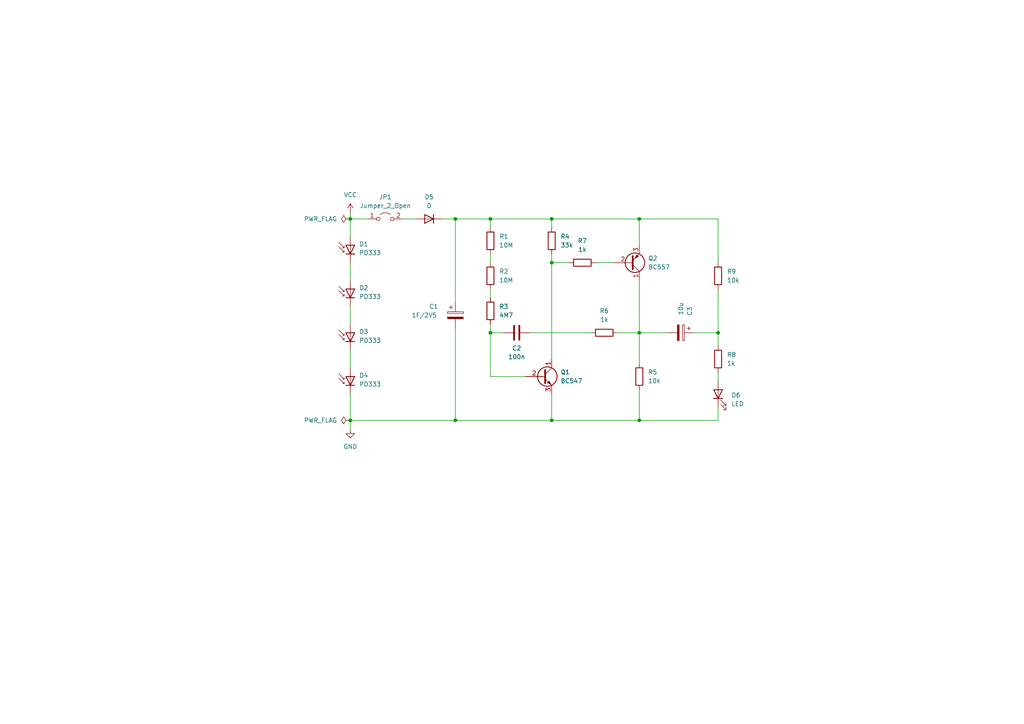
<source format=kicad_sch>
(kicad_sch (version 20211123) (generator eeschema)
  (paper "A4")
  (title_block (title "Ewigblink Solar") (date "2023-01-20") (rev "1.0") (company "HTL-Rankweil") (comment 1 "GAR"))
  (lib_symbols
    (symbol "Device:C" (pin_numbers hide) (pin_names (offset 0.254))
      (property "Reference" "C" (at 0.635 2.54 0))
      (property "Value" "C" (at 0.635 -2.54 0))
      (symbol "C_0_1"
        (polyline (pts (xy -2.032 -0.762) (xy 2.032 -0.762)) (stroke (width 0.508)))
        (polyline (pts (xy -2.032 0.762) (xy 2.032 0.762)) (stroke (width 0.508)))
      )
      (symbol "C_1_1"
        (pin passive line (at 0 3.81 270) (length 2.794) (name "~") (number "1"))
        (pin passive line (at 0 -3.81 90) (length 2.794) (name "~") (number "2"))
      )
    )
    (symbol "Device:C_Polarized" (pin_numbers hide) (pin_names (offset 0.254))
      (property "Reference" "C" (at 0.635 2.54 0))
      (property "Value" "C_Polarized" (at 0.635 -2.54 0))
      (symbol "C_Polarized_0_1"
        (rectangle (start -2.286 0.508) (end 2.286 1.016))
        (polyline (pts (xy -1.778 2.286) (xy -0.762 2.286)))
        (polyline (pts (xy -1.27 2.794) (xy -1.27 1.778)))
        (rectangle (start 2.286 -0.508) (end -2.286 -1.016) (fill (type outline)))
      )
      (symbol "C_Polarized_1_1"
        (pin passive line (at 0 3.81 270) (length 2.794) (name "~") (number "1"))
        (pin passive line (at 0 -3.81 90) (length 2.794) (name "~") (number "2"))
      )
    )
    (symbol "Device:D" (pin_numbers hide) (pin_names (offset 1.016) hide)
      (property "Reference" "D" (at 0 2.54 0))
      (property "Value" "D" (at 0 -2.54 0))
      (symbol "D_0_1"
        (polyline (pts (xy -1.27 1.27) (xy -1.27 -1.27)) (stroke (width 0.254)))
        (polyline (pts (xy 1.27 0) (xy -1.27 0)))
        (polyline (pts (xy 1.27 1.27) (xy 1.27 -1.27) (xy -1.27 0) (xy 1.27 1.27)) (stroke (width 0.254)))
      )
      (symbol "D_1_1"
        (pin passive line (at -3.81 0 0) (length 2.54) (name "K") (number "1"))
        (pin passive line (at 3.81 0 180) (length 2.54) (name "A") (number "2"))
      )
    )
    (symbol "Device:D_Photo" (pin_numbers hide) (pin_names hide)
      (property "Reference" "D" (at 0.508 1.778 0))
      (property "Value" "D_Photo" (at -1.016 -2.794 0))
      (symbol "D_Photo_0_1"
        (polyline (pts (xy -2.54 1.27) (xy -2.54 -1.27)) (stroke (width 0.254)))
        (polyline (pts (xy -2.032 1.778) (xy -1.524 1.778)))
        (polyline (pts (xy 0 0) (xy -2.54 0)))
        (polyline (pts (xy -0.508 3.302) (xy -2.032 1.778) (xy -2.032 2.286)))
        (polyline (pts (xy 0 -1.27) (xy 0 1.27) (xy -2.54 0) (xy 0 -1.27)) (stroke (width 0.254)))
        (polyline (pts (xy 0.762 3.302) (xy -0.762 1.778) (xy -0.762 2.286) (xy -0.762 1.778) (xy -0.254 1.778)))
      )
      (symbol "D_Photo_1_1"
        (pin passive line (at -5.08 0 0) (length 2.54) (name "K") (number "1"))
        (pin passive line (at 2.54 0 180) (length 2.54) (name "A") (number "2"))
      )
    )
    (symbol "Device:LED" (pin_numbers hide) (pin_names (offset 1.016) hide)
      (property "Reference" "D" (at 0 2.54 0))
      (property "Value" "LED" (at 0 -2.54 0))
      (symbol "LED_0_1"
        (polyline (pts (xy -1.27 -1.27) (xy -1.27 1.27)) (stroke (width 0.254)))
        (polyline (pts (xy -1.27 0) (xy 1.27 0)))
        (polyline (pts (xy 1.27 -1.27) (xy 1.27 1.27) (xy -1.27 0) (xy 1.27 -1.27)) (stroke (width 0.254)))
        (polyline (pts (xy -3.048 -0.762) (xy -4.572 -2.286) (xy -3.81 -2.286) (xy -4.572 -2.286) (xy -4.572 -1.524)))
        (polyline (pts (xy -1.778 -0.762) (xy -3.302 -2.286) (xy -2.54 -2.286) (xy -3.302 -2.286) (xy -3.302 -1.524)))
      )
      (symbol "LED_1_1"
        (pin passive line (at -3.81 0 0) (length 2.54) (name "K") (number "1"))
        (pin passive line (at 3.81 0 180) (length 2.54) (name "A") (number "2"))
      )
    )
    (symbol "Device:R" (pin_numbers hide) (pin_names (offset 0))
      (property "Reference" "R" (at 2.032 0 90))
      (property "Value" "R" (at 0 0 90))
      (symbol "R_0_1"
        (rectangle (start -1.016 -2.54) (end 1.016 2.54) (stroke (width 0.254)))
      )
      (symbol "R_1_1"
        (pin passive line (at 0 3.81 270) (length 1.27) (name "~") (number "1"))
        (pin passive line (at 0 -3.81 90) (length 1.27) (name "~") (number "2"))
      )
    )
    (symbol "Jumper:Jumper_2_Open" (pin_names (offset 0) hide)
      (property "Reference" "JP" (at 0 2.794 0))
      (property "Value" "Jumper_2_Open" (at 0 -2.286 0))
      (symbol "Jumper_2_Open_0_0"
        (circle (center -2.032 0) (radius 0.508))
        (circle (center 2.032 0) (radius 0.508))
      )
      (symbol "Jumper_2_Open_0_1"
        (arc (start 1.524 1.27) (mid 0 1.778) (end -1.524 1.27))
      )
      (symbol "Jumper_2_Open_1_1"
        (pin passive line (at -5.08 0 0) (length 2.54) (name "A") (number "1"))
        (pin passive line (at 5.08 0 180) (length 2.54) (name "B") (number "2"))
      )
    )
    (symbol "Transistor_BJT:BC547" (pin_names (offset 0) hide)
      (property "Reference" "Q" (at 5.08 1.905 0))
      (property "Value" "BC547" (at 5.08 0 0))
      (symbol "BC547_0_1"
        (polyline (pts (xy 0 0) (xy 0.635 0)))
        (polyline (pts (xy 0.635 0.635) (xy 2.54 2.54)))
        (polyline (pts (xy 0.635 -0.635) (xy 2.54 -2.54) (xy 2.54 -2.54)))
        (polyline (pts (xy 0.635 1.905) (xy 0.635 -1.905) (xy 0.635 -1.905)) (stroke (width 0.508)))
        (polyline (pts (xy 1.27 -1.778) (xy 1.778 -1.27) (xy 2.286 -2.286) (xy 1.27 -1.778) (xy 1.27 -1.778)) (fill (type outline)))
        (circle (center 1.27 0) (radius 2.8194) (stroke (width 0.254)))
      )
      (symbol "BC547_1_1"
        (pin passive line (at 2.54 5.08 270) (length 2.54) (name "C") (number "1"))
        (pin input line (at -5.08 0 0) (length 5.08) (name "B") (number "2"))
        (pin passive line (at 2.54 -5.08 90) (length 2.54) (name "E") (number "3"))
      )
    )
    (symbol "Transistor_BJT:BC557" (pin_names (offset 0) hide)
      (property "Reference" "Q" (at 5.08 1.905 0))
      (property "Value" "BC557" (at 5.08 0 0))
      (symbol "BC557_0_1"
        (polyline (pts (xy 0.635 0.635) (xy 2.54 2.54)))
        (polyline (pts (xy 0.635 -0.635) (xy 2.54 -2.54) (xy 2.54 -2.54)))
        (polyline (pts (xy 0.635 1.905) (xy 0.635 -1.905) (xy 0.635 -1.905)) (stroke (width 0.508)))
        (polyline (pts (xy 2.286 -1.778) (xy 1.778 -2.286) (xy 1.27 -1.27) (xy 2.286 -1.778) (xy 2.286 -1.778)) (fill (type outline)))
        (circle (center 1.27 0) (radius 2.8194) (stroke (width 0.254)))
      )
      (symbol "BC557_1_1"
        (pin passive line (at 2.54 5.08 270) (length 2.54) (name "C") (number "1"))
        (pin input line (at -5.08 0 0) (length 5.715) (name "B") (number "2"))
        (pin passive line (at 2.54 -5.08 90) (length 2.54) (name "E") (number "3"))
      )
    )
    (symbol "power:GND" (power) (pin_names (offset 0))
      (property "Value" "GND" (at 0 -3.81 0))
      (symbol "GND_0_1"
        (polyline (pts (xy 0 0) (xy 0 -1.27) (xy 1.27 -1.27) (xy 0 -2.54) (xy -1.27 -1.27) (xy 0 -1.27)))
      )
      (symbol "GND_1_1"
        (pin power_in line (at 0 0 270) (length 0) hide (name "GND") (number "1"))
      )
    )
    (symbol "power:PWR_FLAG" (power) (pin_numbers hide) (pin_names (offset 0) hide)
      (property "Value" "PWR_FLAG" (at 0 3.81 0))
      (symbol "PWR_FLAG_0_0"
        (pin power_out line (at 0 0 90) (length 0) (name "pwr") (number "1"))
      )
      (symbol "PWR_FLAG_0_1"
        (polyline (pts (xy 0 0) (xy 0 1.27) (xy -1.016 1.905) (xy 0 2.54) (xy 1.016 1.905) (xy 0 1.27)))
      )
    )
    (symbol "power:VCC" (power) (pin_names (offset 0))
      (property "Value" "VCC" (at 0 3.81 0))
      (symbol "VCC_0_1"
        (polyline (pts (xy -0.762 1.27) (xy 0 2.54)))
        (polyline (pts (xy 0 0) (xy 0 2.54)))
        (polyline (pts (xy 0 2.54) (xy 0.762 1.27)))
      )
      (symbol "VCC_1_1"
        (pin power_in line (at 0 0 90) (length 0) hide (name "VCC") (number "1"))
      )
    )
  )
  (junction (at 185.42 63.5))
  (junction (at 132.08 121.92))
  (junction (at 185.42 96.52))
  (junction (at 160.02 63.5))
  (junction (at 101.6 121.92))
  (junction (at 142.24 96.52))
  (junction (at 208.28 96.52))
  (junction (at 132.08 63.5))
  (junction (at 142.24 63.5))
  (junction (at 185.42 121.92))
  (junction (at 101.6 63.5))
  (junction (at 160.02 76.2))
  (junction (at 160.02 121.92))
  (wire (pts (xy 185.42 63.5) (xy 185.42 71.12)))
  (wire (pts (xy 185.42 113.03) (xy 185.42 121.92)))
  (wire (pts (xy 201.295 96.52) (xy 208.28 96.52)))
  (wire (pts (xy 160.02 63.5) (xy 160.02 66.04)))
  (wire (pts (xy 185.42 96.52) (xy 193.675 96.52)))
  (wire (pts (xy 116.84 63.5) (xy 120.65 63.5)))
  (wire (pts (xy 142.24 109.22) (xy 142.24 96.52)))
  (wire (pts (xy 185.42 121.92) (xy 208.28 121.92)))
  (wire (pts (xy 160.02 114.3) (xy 160.02 121.92)))
  (wire (pts (xy 208.28 107.95) (xy 208.28 110.49)))
  (wire (pts (xy 101.6 76.2) (xy 101.6 81.28)))
  (wire (pts (xy 165.1 76.2) (xy 160.02 76.2)))
  (wire (pts (xy 101.6 101.6) (xy 101.6 106.68)))
  (wire (pts (xy 101.6 61.595) (xy 101.6 63.5)))
  (wire (pts (xy 142.24 73.66) (xy 142.24 76.2)))
  (wire (pts (xy 142.24 63.5) (xy 160.02 63.5)))
  (wire (pts (xy 208.28 83.82) (xy 208.28 96.52)))
  (wire (pts (xy 101.6 63.5) (xy 101.6 68.58)))
  (wire (pts (xy 153.67 96.52) (xy 171.45 96.52)))
  (wire (pts (xy 160.02 121.92) (xy 185.42 121.92)))
  (wire (pts (xy 208.28 63.5) (xy 208.28 76.2)))
  (wire (pts (xy 101.6 121.92) (xy 101.6 124.46)))
  (wire (pts (xy 152.4 109.22) (xy 142.24 109.22)))
  (wire (pts (xy 132.08 63.5) (xy 132.08 87.63)))
  (wire (pts (xy 142.24 83.82) (xy 142.24 86.36)))
  (wire (pts (xy 132.08 95.25) (xy 132.08 121.92)))
  (wire (pts (xy 185.42 63.5) (xy 208.28 63.5)))
  (wire (pts (xy 160.02 76.2) (xy 160.02 104.14)))
  (wire (pts (xy 101.6 88.9) (xy 101.6 93.98)))
  (wire (pts (xy 101.6 114.3) (xy 101.6 121.92)))
  (wire (pts (xy 101.6 121.92) (xy 132.08 121.92)))
  (wire (pts (xy 132.08 63.5) (xy 142.24 63.5)))
  (wire (pts (xy 160.02 76.2) (xy 160.02 73.66)))
  (wire (pts (xy 106.68 63.5) (xy 101.6 63.5)))
  (wire (pts (xy 142.24 93.98) (xy 142.24 96.52)))
  (wire (pts (xy 128.27 63.5) (xy 132.08 63.5)))
  (wire (pts (xy 132.08 121.92) (xy 160.02 121.92)))
  (wire (pts (xy 208.28 96.52) (xy 208.28 100.33)))
  (wire (pts (xy 208.28 118.11) (xy 208.28 121.92)))
  (wire (pts (xy 172.72 76.2) (xy 177.8 76.2)))
  (wire (pts (xy 160.02 63.5) (xy 185.42 63.5)))
  (wire (pts (xy 146.05 96.52) (xy 142.24 96.52)))
  (wire (pts (xy 185.42 81.28) (xy 185.42 96.52)))
  (wire (pts (xy 142.24 63.5) (xy 142.24 66.04)))
  (wire (pts (xy 179.07 96.52) (xy 185.42 96.52)))
  (wire (pts (xy 185.42 96.52) (xy 185.42 105.41)))
  (symbol (lib_id "power:VCC") (at 101.6 61.595 0) (unit 1)
    (property "Reference" "#PWR0101" (effects hide))
    (property "Value" "VCC" (at 101.6 56.515 0))
  )
  (symbol (lib_id "Device:D_Photo") (at 101.6 83.82 90) (unit 1)
    (property "Reference" "D2" (at 104.14 83.5024 90) (effects (justify right)))
    (property "Value" "PD333" (at 104.14 86.0424 90) (effects (justify right)))
    (property "Footprint" "LED_THT:LED_D5.0mm" (effects hide))
  )
  (symbol (lib_id "Device:D") (at 124.46 63.5 180) (unit 1)
    (property "Reference" "D5" (at 124.46 57.15 0))
    (property "Value" "D" (at 124.46 59.69 0))
    (property "Footprint" "Diode_THT:D_A-405_P7.62mm_Horizontal" (effects hide))
  )
  (symbol (lib_id "power:PWR_FLAG") (at 101.6 63.5 90) (unit 1)
    (property "Reference" "#FLG01" (effects hide))
    (property "Value" "PWR_FLAG" (at 97.79 63.4999 90) (effects (justify left)))
  )
  (symbol (lib_id "Transistor_BJT:BC557") (at 182.88 76.2 0) (mirror x) (unit 1)
    (property "Reference" "Q2" (at 187.96 74.9299 0) (effects (justify left)))
    (property "Value" "BC557" (at 187.96 77.4699 0) (effects (justify left)))
    (property "Footprint" "Package_TO_SOT_THT:TO-92_Inline" (effects hide))
    (property "Datasheet" "https://www.onsemi.com/pub/Collateral/BC556BTA-D.pdf" (effects hide))
  )
  (symbol (lib_id "Device:R") (at 185.42 109.22 0) (unit 1)
    (property "Reference" "R5" (at 187.96 107.9499 0) (effects (justify left)))
    (property "Value" "10k" (at 187.96 110.4899 0) (effects (justify left)))
    (property "Footprint" "Resistor_THT:R_Axial_DIN0207_L6.3mm_D2.5mm_P10.16mm_Horizontal" (effects hide))
  )
  (symbol (lib_id "Device:C_Polarized") (at 197.485 96.52 270) (unit 1)
    (property "Reference" "C3" (at 200.025 88.9 0) (effects (justify left)))
    (property "Value" "10u" (at 197.485 91.44 0) (effects (justify right)))
    (property "Footprint" "Capacitor_THT:CP_Radial_D5.0mm_P2.50mm" (effects hide))
  )
  (symbol (lib_id "Device:R") (at 160.02 69.85 0) (unit 1)
    (property "Reference" "R4" (at 162.56 68.5799 0) (effects (justify left)))
    (property "Value" "33k" (at 162.56 71.1199 0) (effects (justify left)))
    (property "Footprint" "Resistor_THT:R_Axial_DIN0207_L6.3mm_D2.5mm_P10.16mm_Horizontal" (effects hide))
  )
  (symbol (lib_id "Device:R") (at 175.26 96.52 90) (unit 1)
    (property "Reference" "R6" (at 175.26 90.17 90))
    (property "Value" "1k" (at 175.26 92.71 90))
    (property "Footprint" "Resistor_THT:R_Axial_DIN0207_L6.3mm_D2.5mm_P10.16mm_Horizontal" (effects hide))
  )
  (symbol (lib_id "Device:LED") (at 208.28 114.3 90) (unit 1)
    (property "Reference" "D6" (at 212.09 114.6174 90) (effects (justify right)))
    (property "Value" "LED" (at 212.09 117.1574 90) (effects (justify right)))
    (property "Footprint" "LED_THT:LED_D5.0mm" (effects hide))
  )
  (symbol (lib_id "Device:D_Photo") (at 101.6 109.22 90) (unit 1)
    (property "Reference" "D4" (at 104.14 108.9024 90) (effects (justify right)))
    (property "Value" "PD333" (at 104.14 111.4424 90) (effects (justify right)))
    (property "Footprint" "LED_THT:LED_D5.0mm" (effects hide))
  )
  (symbol (lib_id "Device:D_Photo") (at 101.6 71.12 90) (unit 1)
    (property "Reference" "D1" (at 104.14 70.8024 90) (effects (justify right)))
    (property "Value" "PD333" (at 104.14 73.3424 90) (effects (justify right)))
    (property "Footprint" "LED_THT:LED_D5.0mm" (effects hide))
  )
  (symbol (lib_id "Device:R") (at 142.24 80.01 0) (unit 1)
    (property "Reference" "R2" (at 144.78 78.7399 0) (effects (justify left)))
    (property "Value" "10M" (at 144.78 81.2799 0) (effects (justify left)))
    (property "Footprint" "Resistor_THT:R_Axial_DIN0207_L6.3mm_D2.5mm_P10.16mm_Horizontal" (effects hide))
  )
  (symbol (lib_id "Device:R") (at 142.24 69.85 0) (unit 1)
    (property "Reference" "R1" (at 144.78 68.5799 0) (effects (justify left)))
    (property "Value" "10M" (at 144.78 71.1199 0) (effects (justify left)))
    (property "Footprint" "Resistor_THT:R_Axial_DIN0207_L6.3mm_D2.5mm_P10.16mm_Horizontal" (effects hide))
  )
  (symbol (lib_id "Transistor_BJT:BC547") (at 157.48 109.22 0) (unit 1)
    (property "Reference" "Q1" (at 162.56 107.9499 0) (effects (justify left)))
    (property "Value" "BC547" (at 162.56 110.4899 0) (effects (justify left)))
    (property "Footprint" "Package_TO_SOT_THT:TO-92_Inline" (effects hide))
    (property "Datasheet" "https://www.onsemi.com/pub/Collateral/BC550-D.pdf" (effects hide))
  )
  (symbol (lib_id "Device:C_Polarized") (at 132.08 91.44 0) (unit 1)
    (property "Reference" "C1" (at 124.46 88.9 0) (effects (justify left)))
    (property "Value" "1F/2V5" (at 119.38 91.44 0) (effects (justify left)))
    (property "Footprint" "Capacitor_THT:CP_Radial_D6.3mm_P2.50mm" (effects hide))
  )
  (symbol (lib_id "Device:R") (at 142.24 90.17 0) (unit 1)
    (property "Reference" "R3" (at 144.78 88.8999 0) (effects (justify left)))
    (property "Value" "4M7" (at 144.78 91.4399 0) (effects (justify left)))
    (property "Footprint" "Resistor_THT:R_Axial_DIN0207_L6.3mm_D2.5mm_P10.16mm_Horizontal" (effects hide))
  )
  (symbol (lib_id "Device:C") (at 149.86 96.52 90) (unit 1)
    (property "Reference" "C2" (at 149.86 100.965 90))
    (property "Value" "100n" (at 149.86 103.505 90))
    (property "Footprint" "Capacitor_THT:C_Disc_D3.8mm_W2.6mm_P2.50mm" (effects hide))
  )
  (symbol (lib_id "Device:R") (at 208.28 104.14 0) (unit 1)
    (property "Reference" "R8" (at 210.82 102.8699 0) (effects (justify left)))
    (property "Value" "1k" (at 210.82 105.4099 0) (effects (justify left)))
    (property "Footprint" "Resistor_THT:R_Axial_DIN0207_L6.3mm_D2.5mm_P10.16mm_Horizontal" (effects hide))
  )
  (symbol (lib_id "Jumper:Jumper_2_Open") (at 111.76 63.5 0) (unit 1)
    (property "Reference" "JP1" (at 111.76 57.15 0))
    (property "Value" "Jumper_2_Open" (at 111.76 59.69 0))
    (property "Footprint" "Connector_PinHeader_2.54mm:PinHeader_1x02_P2.54mm_Vertical" (effects hide))
  )
  (symbol (lib_id "Device:R") (at 168.91 76.2 90) (unit 1)
    (property "Reference" "R7" (at 168.91 69.85 90))
    (property "Value" "1k" (at 168.91 72.39 90))
    (property "Footprint" "Resistor_THT:R_Axial_DIN0207_L6.3mm_D2.5mm_P10.16mm_Horizontal" (effects hide))
  )
  (symbol (lib_id "Device:D_Photo") (at 101.6 96.52 90) (unit 1)
    (property "Reference" "D3" (at 104.14 96.2024 90) (effects (justify right)))
    (property "Value" "PD333" (at 104.14 98.7424 90) (effects (justify right)))
    (property "Footprint" "LED_THT:LED_D5.0mm" (effects hide))
  )
  (symbol (lib_id "Device:R") (at 208.28 80.01 0) (unit 1)
    (property "Reference" "R9" (at 210.82 78.7399 0) (effects (justify left)))
    (property "Value" "10k" (at 210.82 81.2799 0) (effects (justify left)))
    (property "Footprint" "Resistor_THT:R_Axial_DIN0207_L6.3mm_D2.5mm_P10.16mm_Horizontal" (effects hide))
  )
  (symbol (lib_id "power:PWR_FLAG") (at 101.6 121.92 90) (unit 1)
    (property "Reference" "#FLG02" (effects hide))
    (property "Value" "PWR_FLAG" (at 97.79 121.9199 90) (effects (justify left)))
  )
  (symbol (lib_id "power:GND") (at 101.6 124.46 0) (unit 1)
    (property "Reference" "#PWR0102" (effects hide))
    (property "Value" "GND" (at 101.6 129.54 0))
  )
)
</source>
